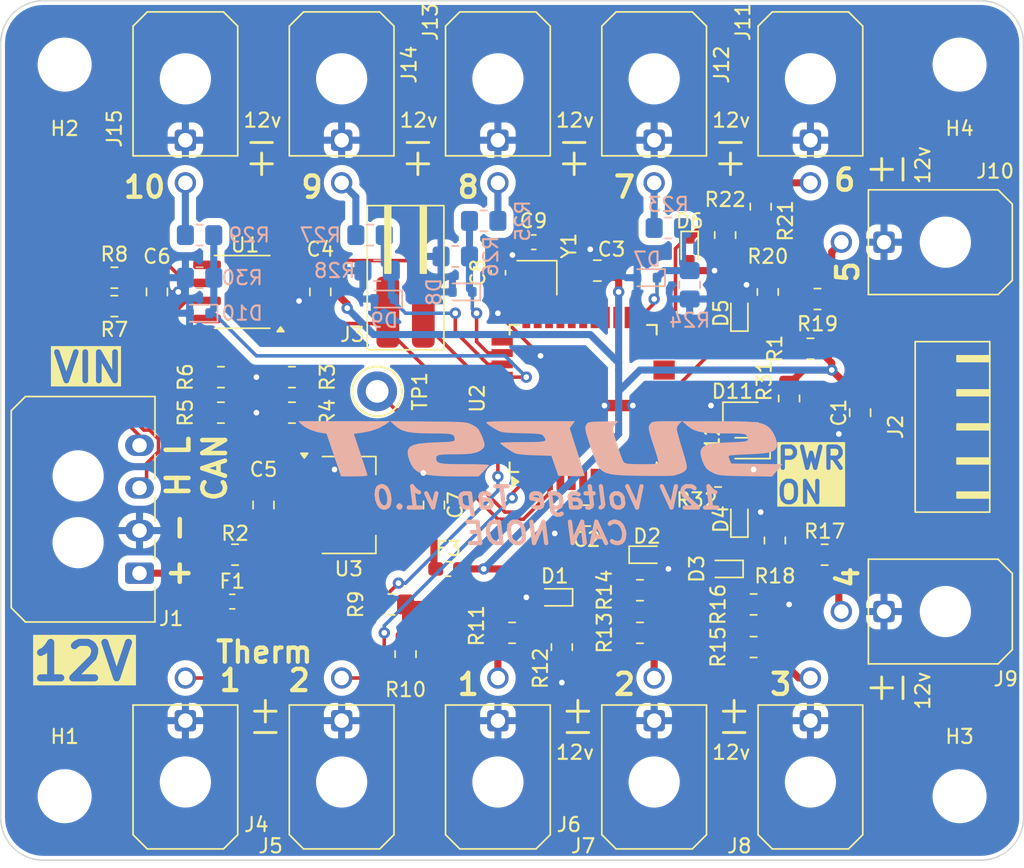
<source format=kicad_pcb>
(kicad_pcb (version 20240108) (generator "pcbnew") (generator_version "8.0")
  (layers (0 "F.Cu" signal) (31 "B.Cu" signal) (34 "B.Paste" user) (35 "F.Paste" user) (36 "B.SilkS" user "B.Silkscreen") (37 "F.SilkS" user "F.Silkscreen") (38 "B.Mask" user) (39 "F.Mask" user) (44 "Edge.Cuts" user))
  (net 0 "")
  (net 1 "+3V3")
  (net 2 "GND")
  (net 3 "+12V")
  (net 4 "/Decoupling")
  (net 5 "/Unfused 3V3")
  (net 6 "/CLK+")
  (net 7 "/CLK-")
  (net 8 "/4:1 P{slash}D 1")
  (net 9 "/4:1 P{slash}D 2")
  (net 10 "/4:1 P{slash}D 3")
  (net 11 "/4:1 P{slash}D 4")
  (net 12 "/4:1 P{slash}D 5")
  (net 13 "/4:1 P{slash}D 8")
  (net 14 "/4:1 P{slash}D 6")
  (net 15 "/4:1 P{slash}D 7")
  (net 16 "Net-(F1-Pad2)")
  (net 17 "Net-(J1-Pin_1)")
  (net 18 "/ICSPCLK")
  (net 19 "/~{MCLR}")
  (net 20 "/ICSPDAT")
  (net 21 "/CAN_RX")
  (net 22 "/CAN_TX")
  (net 23 "/CAN-")
  (net 24 "/CAN+")
  (net 25 "Net-(J6-Pin_2)")
  (net 26 "Net-(J7-Pin_2)")
  (net 27 "Net-(J8-Pin_2)")
  (net 28 "Net-(J9-Pin_2)")
  (net 29 "/Therm 2")
  (net 30 "/Therm 1")
  (net 31 "Net-(J12-Pin_2)")
  (net 32 "Net-(J13-Pin_2)")
  (net 46 "unconnected-(U1-NC-Pad8)")
  (net 47 "Net-(J10-Pin_2)")
  (net 48 "Net-(J11-Pin_2)")
  (net 49 "/4:1 P{slash}D 9")
  (net 50 "/4:1 P{slash}D 10")
  (net 51 "Net-(J14-Pin_2)")
  (net 52 "Net-(J15-Pin_2)")
  (net 53 "Net-(D11-A)")
  (net 54 "/Power ON LED")
  (net 55 "/Config value 0")
  (net 56 "/Config value 1")
  (net 57 "/Config value 2")
  (net 58 "/Config value 3")
  (net 60 "Net-(U2-RD2)")
  (net 62 "Net-(D12-A)")
  (footprint "Resistor_SMD:R_0805_2012Metric_Pad1.20x1.40mm_HandSolder" (layer "F.Cu") (at 117 91.5)
    (property "Reference" "R8")
    (property "Value" "60R")
  )
  (footprint "Connector_Molex:Molex_Micro-Fit_3.0_43045-0200_2x01_P3.00mm_Horizontal" (layer "F.Cu") (at 133 81.82)
    (property "Reference" "J14")
    (property "Value" "Conn_01x02_Pin")
  )
  (footprint "Resistor_SMD:R_0805_2012Metric_Pad1.20x1.40mm_HandSolder" (layer "F.Cu") (at 162 117.5)
    (property "Reference" "R15")
    (property "Value" "40k")
  )
  (footprint "Capacitor_SMD:C_0805_2012Metric_Pad1.18x1.45mm_HandSolder" (layer "F.Cu") (at 169.5 101 -90)
    (property "Reference" "C1")
    (property "Value" "10u")
  )
  (footprint "Package_TO_SOT_SMD:SOT-223-3_TabPin2" (layer "F.Cu") (at 133.5 107.5)
    (property "Reference" "U3")
    (property "Value" "AZ1117CH-3.3TRG1")
  )
  (footprint "Capacitor_SMD:C_0805_2012Metric_Pad1.18x1.45mm_HandSolder" (layer "F.Cu") (at 151 91 180)
    (property "Reference" "C3")
    (property "Value" "100n")
  )
  (footprint "Connector_Molex:Molex_Micro-Fit_3.0_43045-0200_2x01_P3.00mm_Horizontal" (layer "F.Cu") (at 171.18 89 -90)
    (property "Reference" "J10")
    (property "Value" "Conn_01x02_Pin")
  )
  (footprint "Resistor_SMD:R_0805_2012Metric_Pad1.20x1.40mm_HandSolder" (layer "F.Cu") (at 154 113.5 180)
    (property "Reference" "R14")
    (property "Value" "10k")
  )
  (footprint "Resistor_SMD:R_0805_2012Metric_Pad1.20x1.40mm_HandSolder" (layer "F.Cu") (at 124.5 101)
    (property "Reference" "R5")
    (property "Value" "0")
  )
  (footprint "sufst-lib:Conn5_SMD" (layer "F.Cu") (at 174.875 102 -90)
    (property "Reference" "J2")
    (property "Value" "Conn_01x05_Pin")
  )
  (footprint "Connector_Molex:Molex_Micro-Fit_3.0_43045-0200_2x01_P3.00mm_Horizontal" (layer "F.Cu") (at 133 122.68 180)
    (property "Reference" "J5")
    (property "Value" "Conn_01x02_Pin")
  )
  (footprint "Resistor_SMD:R_0805_2012Metric_Pad1.20x1.40mm_HandSolder" (layer "F.Cu") (at 129.5 98.5 180)
    (property "Reference" "R3")
    (property "Value" "0")
  )
  (footprint "Resistor_SMD:R_0805_2012Metric_Pad1.20x1.40mm_HandSolder" (layer "F.Cu") (at 117 93.5 180)
    (property "Reference" "R7")
    (property "Value" "60R")
  )
  (footprint "Capacitor_SMD:C_0805_2012Metric_Pad1.18x1.45mm_HandSolder" (layer "F.Cu") (at 127.5 107.5 90)
    (property "Reference" "C5")
    (property "Value" "10u")
  )
  (footprint "Resistor_SMD:R_0805_2012Metric_Pad1.20x1.40mm_HandSolder" (layer "F.Cu") (at 166.5 93)
    (property "Reference" "R19")
    (property "Value" "40k")
  )
  (footprint "Resistor_SMD:R_0805_2012Metric_Pad1.20x1.40mm_HandSolder" (layer "F.Cu") (at 124.5 98.5)
    (property "Reference" "R6")
    (property "Value" "0")
  )
  (footprint "sufst-lib:Conn2_SMD" (layer "F.Cu") (at 137.5 93.925)
    (property "Reference" "J3")
    (property "Value" "Conn_01x02 Surface")
  )
  (footprint "Connector_Molex:Molex_Micro-Fit_3.0_43045-0200_2x01_P3.00mm_Horizontal" (layer "F.Cu") (at 155 81.82)
    (property "Reference" "J12")
    (property "Value" "Conn_01x02_Pin")
  )
  (footprint "Resistor_SMD:R_0805_2012Metric_Pad1.20x1.40mm_HandSolder" (layer "F.Cu") (at 162 114.5 180)
    (property "Reference" "R16")
    (property "Value" "10k")
  )
  (footprint "Diode_SMD:D_SOD-523" (layer "F.Cu") (at 154.5 111)
    (property "Reference" "D2")
    (property "Value" "BZT585B3V3T-7")
  )
  (footprint "Crystal:Crystal_SMD_SeikoEpson_FA128-4Pin_2.0x1.6mm" (layer "F.Cu") (at 146.75 91.5 180)
    (property "Reference" "Y1")
    (property "Value" "20MHz")
  )
  (footprint "Capacitor_SMD:C_0805_2012Metric_Pad1.18x1.45mm_HandSolder" (layer "F.Cu") (at 139.5 107.5 90)
    (property "Reference" "C7")
    (property "Value" "10u")
  )
  (footprint "Resistor_SMD:R_0805_2012Metric_Pad1.20x1.40mm_HandSolder" (layer "F.Cu") (at 159.5 105.5 180)
    (property "Reference" "R32")
    (property "Value" "12")
  )
  (footprint "Capacitor_SMD:C_0805_2012Metric_Pad1.18x1.45mm_HandSolder" (layer "F.Cu") (at 150.25 108.25 180)
    (property "Reference" "C2")
    (property "Value" "100n")
  )
  (footprint "Connector_Molex:Molex_Micro-Fit_3.0_43045-0200_2x01_P3.00mm_Horizontal" (layer "F.Cu") (at 155 122.68 180)
    (property "Reference" "J7")
    (property "Value" "Conn_01x02_Pin")
  )
  (footprint "Capacitor_SMD:C_0603_1608Metric_Pad1.08x0.95mm_HandSolder" (layer "F.Cu") (at 144.025 91.15 90)
    (property "Reference" "C8")
    (property "Value" "10p")
  )
  (footprint "Resistor_SMD:R_0805_2012Metric_Pad1.20x1.40mm_HandSolder" (layer "F.Cu") (at 163 92.5 -90)
    (property "Reference" "R20")
    (property "Value" "10k")
  )
  (footprint "TestPoint:TestPoint_Keystone_5010-5014_Multipurpose" (layer "F.Cu") (at 135.5 99.5)
    (property "Reference" "TP1")
    (property "Value" "TestPoint")
  )
  (footprint "Resistor_SMD:R_0805_2012Metric_Pad1.20x1.40mm_HandSolder" (layer "F.Cu") (at 164.5 100 90)
    (property "Reference" "R31")
    (property "Value" "68")
  )
  (footprint "LED_SMD:LED_0603_1608Metric_Pad1.05x0.95mm_HandSolder" (layer "F.Cu") (at 161.5 101)
    (property "Reference" "D11")
    (property "Value" "RED LED")
  )
  (footprint "Resistor_SMD:R_0805_2012Metric_Pad1.20x1.40mm_HandSolder" (layer "F.Cu") (at 162.5 86.5 90)
    (property "Reference" "R21")
    (property "Value" "40k")
  )
  (footprint "Resistor_SMD:R_0805_2012Metric_Pad1.20x1.40mm_HandSolder" (layer "F.Cu") (at 136.5 114.5)
    (property "Reference" "R9")
    (property "Value" "10k")
  )
  (footprint "Resistor_SMD:R_0805_2012Metric_Pad1.20x1.40mm_HandSolder" (layer "F.Cu") (at 154 116.5)
    (property "Reference" "R13")
    (property "Value" "40k")
  )
  (footprint "Connector_Molex:Molex_Micro-Fit_3.0_43045-0200_2x01_P3.00mm_Horizontal" (layer "F.Cu") (at 144 81.82)
    (property "Reference" "J13")
    (property "Value" "Conn_01x02_Pin")
  )
  (footprint "Diode_SMD:D_SOD-523" (layer "F.Cu") (at 148 114 180)
    (property "Reference" "D1")
    (property "Value" "BZT585B3V3T-7")
  )
  (footprint "Resistor_SMD:R_0805_2012Metric_Pad1.20x1.40mm_HandSolder" (layer "F.Cu") (at 125.5 111 180)
    (property "Reference" "R2")
    (property "Value" "12")
  )
  (footprint "Connector_Molex:Molex_Micro-Fit_3.0_43045-0200_2x01_P3.00mm_Horizontal" (layer "F.Cu") (at 166 122.68 180)
    (property "Reference" "J8")
    (property "Value" "Conn_01x02_Pin")
  )
  (footprint "Capacitor_SMD:C_0603_1608Metric_Pad1.08x0.95mm_HandSolder" (layer "F.Cu") (at 146.525 89 180)
    (property "Reference" "C9")
    (property "Value" "10p")
  )
  (footprint "Diode_SMD:D_SOD-523" (layer "F.Cu") (at 157.5 89.5 -90)
    (property "Reference" "D6")
    (property "Value" "BZT585B3V3T-7")
  )
  (footprint "Resistor_SMD:R_0805_2012Metric_Pad1.20x1.40mm_HandSolder" (layer "F.Cu") (at 129.5 101 180)
    (property "Reference" "R4")
    (property "Value" "0")
  )
  (footprint "LED_SMD:LED_0603_1608Metric_Pad1.05x0.95mm_HandSolder" (layer "F.Cu") (at 161.5 103.5 180)
    (property "Reference" "D12")
    (property "Value" "GREEN LED")
  )
  (footprint "Diode_SMD:D_SOD-523" (layer "F.Cu") (at 160 112 180)
    (property "Reference" "D3")
    (property "Value" "BZT585B3V3T-7")
  )
  (footprint "Capacitor_SMD:C_0805_2012Metric_Pad1.18x1.45mm_HandSolder" (layer "F.Cu") (at 131.5 92.5 90)
    (property "Reference" "C4")
    (property "Value" "100n")
  )
  (footprint "Resistor_SMD:R_0805_2012Metric_Pad1.20x1.40mm_HandSolder" (layer "F.Cu") (at 167 111)
    (property "Reference" "R17")
    (property "Value" "40k")
  )
  (footprint "MountingHole:MountingHole_3.2mm_M3" (layer "F.Cu") (at 176.5 128)
    (property "Reference" "H3")
    (property "Value" "M3")
  )
  (footprint "Resistor_SMD:R_0805_2012Metric_Pad1.20x1.40mm_HandSolder" (layer "F.Cu") (at 145 116.5 180)
    (property "Reference" "R11")
    (property "Value" "40k")
  )
  (footprint "Resistor_SMD:R_0805_2012Metric_Pad1.20x1.40mm_HandSolder" (layer "F.Cu") (at 137.5 118 90)
    (property "Reference" "R10")
    (property "Value" "10k")
  )
  (footprint "Connector_Molex:Molex_Micro-Fit_3.0_43045-0200_2x01_P3.00mm_Horizontal" (layer "F.Cu") (at 166 81.82)
    (property "Reference" "J11")
    (property "Value" "Conn_01x02_Pin")
  )
  (footprint "Resistor_SMD:R_0805_2012Metric_Pad1.20x1.40mm_HandSolder" (layer "F.Cu") (at 148.5 117.5 90)
    (property "Reference" "R12")
    (property "Value" "10k")
  )
  (footprint "Diode_SMD:D_SOD-523" (layer "F.Cu") (at 161 94 90)
    (property "Reference" "D5")
    (property "Value" "BZT585B3V3T-7")
  )
  (footprint "Fuse:Fuse_0603_1608Metric_Pad1.05x0.95mm_HandSolder" (layer "F.Cu") (at 125.3 114.3)
    (property "Reference" "F1")
    (property "Value" "F0603E0R25FSTR\\INT")
  )
  (footprint "Resistor_SMD:R_0805_2012Metric_Pad1.20x1.40mm_HandSolder" (layer "F.Cu") (at 160 88.5 90)
    (property "Reference" "R22")
    (property "Value" "10k")
  )
  (footprint "Resistor_SMD:R_0805_2012Metric_Pad1.20x1.40mm_HandSolder" (layer "F.Cu") (at 163.5 110 -90)
    (property "Reference" "R18")
    (property "Value" "10k")
  )
  (footprint "Connector_Molex:Molex_Micro-Fit_3.0_43045-0200_2x01_P3.00mm_Horizontal" (layer "F.Cu") (at 122 81.82)
    (property "Reference" "J15")
    (property "Value" "Conn_01x02_Pin")
  )
  (footprint "Package_QFP:TQFP-44_10x10mm_P0.8mm" (layer "F.Cu") (at 150 100 90)
    (property "Reference" "U2")
    (property "Value" "PIC18F47Q84-I/PT")
  )
  (footprint "MountingHole:MountingHole_3.2mm_M3" (layer "F.Cu") (at 176.5 76.5)
    (property "Reference" "H4")
    (property "Value" "M3")
  )
  (footprint "Connector_Molex:Molex_Micro-Fit_3.0_43045-0200_2x01_P3.00mm_Horizontal" (layer "F.Cu") (at 144 122.68 180)
    (property "Reference" "J6")
    (property "Value" "Conn_01x02_Pin")
  )
  (footprint "Connector_Molex:Molex_Micro-Fit_3.0_43045-0200_2x01_P3.00mm_Horizontal" (layer "F.Cu") (at 171.18 115 -90)
    (property "Reference" "J9")
    (property "Value" "Conn_01x02_Pin")
  )
  (footprint "Fuse:Fuse_0603_1608Metric_Pad1.05x0.95mm_HandSolder" (layer "F.Cu") (at 140.5 112)
    (property "Reference" "F3")
    (property "Value" "F0603E0R25FSTR\\INT")
  )
  (footprint "MountingHole:MountingHole_3.2mm_M3" (layer "F.Cu") (at 113.5 128)
    (property "Reference" "H1")
    (property "Value" "M3")
  )
  (footprint "MountingHole:MountingHole_3.2mm_M3" (layer "F.Cu") (at 113.5 76.5)
    (property "Reference" "H2")
    (property "Value" "M3")
  )
  (footprint "Capacitor_SMD:C_0805_2012Metric_Pad1.18x1.45mm_HandSolder" (layer "F.Cu") (at 120 92.5 -90)
    (property "Reference" "C6")
    (property "Value" "4n7")
  )
  (footprint "Resistor_SMD:R_0805_2012Metric_Pad1.20x1.40mm_HandSolder" (layer "F.Cu") (at 166 96.5)
    (property "Reference" "R1")
    (property "Value" "10k")
  )
  (footprint "Connector_Molex:Molex_Micro-Fit_3.0_43650-0400_1x04_P3.00mm_Horizontal" (layer "F.Cu") (at 118.77 112.3 90)
    (property "Reference" "J1")
    (property "Value" "Conn_01x04_Pin")
  )
  (footprint "Package_SO:SOIC-8_3.9x4.9mm_P1.27mm" (layer "F.Cu") (at 126 92.5 180)
    (property "Reference" "U1")
    (property "Value" "TCAN332DR")
  )
  (footprint "Connector_Molex:Molex_Micro-Fit_3.0_43045-0200_2x01_P3.00mm_Horizontal" (layer "F.Cu") (at 122 122.68 180)
    (property "Reference" "J4")
    (property "Value" "Conn_01x02_Pin")
  )
  (footprint "Diode_SMD:D_SOD-523" (layer "F.Cu") (at 161 108.5 90)
    (property "Reference" "D4")
    (property "Value" "BZT585B3V3T-7")
  )
  (footprint "Diode_SMD:D_SOD-523" (layer "B.Cu") (at 136 93 180)
    (property "Reference" "D9")
    (property "Value" "BZT585B3V3T-7")
  )
  (footprint "Diode_SMD:D_SOD-523" (layer "B.Cu") (at 154.5 91.5 180)
    (property "Reference" "D7")
    (property "Value" "BZT585B3V3T-7")
  )
  (footprint "Resistor_SMD:R_0805_2012Metric_Pad1.20x1.40mm_HandSolder" (layer "B.Cu") (at 141 90)
    (property "Reference" "R26")
    (property "Value" "10k")
  )
  (footprint "Resistor_SMD:R_0805_2012Metric_Pad1.20x1.40mm_HandSolder" (layer "B.Cu") (at 123 91.5)
    (property "Reference" "R30")
    (property "Value" "10k")
  )
  (footprint "Resistor_SMD:R_0805_2012Metric_Pad1.20x1.40mm_HandSolder" (layer "B.Cu") (at 135.5 91)
    (property "Reference" "R28")
    (property "Value" "10k")
  )
  (footprint "Resistor_SMD:R_0805_2012Metric_Pad1.20x1.40mm_HandSolder" (layer "B.Cu") (at 156 88 180)
    (property "Reference" "R23")
    (property "Value" "40k")
  )
  (footprint "Resistor_SMD:R_0805_2012Metric_Pad1.20x1.40mm_HandSolder" (layer "B.Cu") (at 143 87.5)
    (property "Reference" "R25")
    (property "Value" "40k")
  )
  (footprint "Resistor_SMD:R_0805_2012Metric_Pad1.20x1.40mm_HandSolder" (layer "B.Cu") (at 123 88.5 180)
    (property "Reference" "R29")
    (property "Value" "40k")
  )
  (footprint "Resistor_SMD:R_0805_2012Metric_Pad1.20x1.40mm_HandSolder" (layer "B.Cu") (at 135 88.5 180)
    (property "Reference" "R27")
    (property "Value" "40k")
  )
  (footprint "Resistor_SMD:R_0805_2012Metric_Pad1.20x1.40mm_HandSolder" (layer "B.Cu") (at 157.5 92 90)
    (property "Reference" "R24")
    (property "Value" "10k")
  )
  (footprint "Diode_SMD:D_SOD-523" (layer "B.Cu") (at 123 94 180)
    (property "Reference" "D10")
    (property "Value" "BZT585B3V3T-7")
  )
  (footprint "SUFST:SUFST" (layer "B.Cu") (at 147 103.5 180)
    (property "Reference" "G***" (hide yes))
    (property "Value" "LOGO" (hide yes))
  )
  (footprint "Diode_SMD:D_SOD-523" (layer "B.Cu") (at 141.5 92.5 180)
    (property "Reference" "D8")
    (property "Value" "BZT585B3V3T-7")
  )
  (gr_line (start 109 116) (end 109 129.5) (stroke (width 0.1)) (layer "Edge.Cuts"))
  (gr_arc (start 178 72) (mid 180.12132 72.87868) (end 181 75) (stroke (width 0.1)) (layer "Edge.Cuts"))
  (gr_line (start 181 75) (end 181 129.5) (stroke (width 0.1)) (layer "Edge.Cuts"))
  (gr_line (start 109 116) (end 109 75) (stroke (width 0.1)) (layer "Edge.Cuts"))
  (gr_arc (start 109 75) (mid 109.87868 72.87868) (end 112 72) (stroke (width 0.1)) (layer "Edge.Cuts"))
  (gr_line (start 112 132.5) (end 178 132.5) (stroke (width 0.1)) (layer "Edge.Cuts"))
  (gr_arc (start 112 132.5) (mid 109.87868 131.62132) (end 109 129.5) (stroke (width 0.1)) (layer "Edge.Cuts"))
  (gr_line (start 112 72) (end 178 72) (stroke (width 0.1)) (layer "Edge.Cuts"))
  (gr_arc (start 181 129.5) (mid 180.12132 131.62132) (end 178 132.5) (stroke (width 0.1)) (layer "Edge.Cuts"))
  (gr_text "CAN NODE" (at 147.5 109.5 0) (layer "B.SilkS") (effects (font (size 1.5 1.5) (thickness 0.3) (italic yes)) (justify mirror)))
  (gr_text "12V Voltage Tap v1.0" (at 147.5 107 0) (layer "B.SilkS") (effects (font (size 1.5 1.5) (thickness 0.3) (italic yes)) (justify mirror)))
  (gr_text "1" (at 141 121 0) (layer "F.SilkS") (effects (font (size 1.5 1.5) (thickness 0.3) (bold yes)) (justify left bottom)))
  (gr_text "+" (at 151 121 180) (layer "F.SilkS") (effects (font (size 2 2) (thickness 0.2) (bold yes)) (justify left bottom)))
  (gr_text "-" (at 129 122.5 180) (layer "F.SilkS") (effects (font (size 2 2) (thickness 0.2) (bold yes)) (justify left bottom)))
  (gr_text "+" (at 170 119 -90) (layer "F.SilkS") (effects (font (size 2 2) (thickness 0.2) (bold yes)) (justify left bottom)))
  (gr_text "7" (at 152 86 0) (layer "F.SilkS") (effects (font (size 1.5 1.5) (thickness 0.3) (bold yes)) (justify left bottom)))
  (gr_text "12v" (at 148 81 0) (layer "F.SilkS") (effects (font (size 1 1)) (justify left bottom)))
  (gr_text "-" (at 159 83 0) (layer "F.SilkS") (effects (font (size 2 2) (thickness 0.2) (bold yes)) (justify left bottom)))
  (gr_text "6" (at 167.5 85.5 0) (layer "F.SilkS") (effects (font (size 1.5 1.5) (thickness 0.3) (bold yes)) (justify left bottom)))
  (gr_text "12v" (at 174.5 122 90) (layer "F.SilkS") (effects (font (size 1 1)) (justify left bottom)))
  (gr_text "+" (at 126 84.5 0) (layer "F.SilkS") (effects (font (size 2 2) (thickness 0.2) (bold yes)) (justify left bottom)))
  (gr_text "2" (at 152 121 0) (layer "F.SilkS") (effects (font (size 1.5 1.5) (thickness 0.3) (bold yes)) (justify left bottom)))
  (gr_text "PWR\nON" (at 163.5 107.5 0) (layer "F.SilkS" knockout) (effects (font (size 1.5 1.5) (thickness 0.3) (bold yes)) (justify left bottom)))
  (gr_text "-" (at 171.5 119 -90) (layer "F.SilkS") (effects (font (size 2 2) (thickness 0.2) (bold yes)) (justify left bottom)))
  (gr_text "1   2" (at 124.25 120.73 0) (layer "F.SilkS") (effects (font (size 1.5 1.5) (thickness 0.3) (bold yes)) (justify left bottom)))
  (gr_text "-" (at 171.5 82.5 -90) (layer "F.SilkS") (effects (font (size 2 2) (thickness 0.2) (bold yes)) (justify left bottom)))
  (gr_text "9" (at 130 86 0) (layer "F.SilkS") (effects (font (size 1.5 1.5) (thickness 0.3) (bold yes)) (justify left bottom)))
  (gr_text "+ - H L\n     CAN" (at 125 113.5 90) (layer "F.SilkS") (effects (font (size 1.6 1.6) (thickness 0.32) (bold yes)) (justify left bottom)))
  (gr_text "3" (at 163 121 0) (layer "F.SilkS") (effects (font (size 1.5 1.5) (thickness 0.3) (bold yes)) (justify left bottom)))
  (gr_text "VIN" (at 112.5 99 0) (layer "F.SilkS" knockout) (effects (font (size 2 2) (thickness 0.4) (bold yes)) (justify left bottom)))
  (gr_text "-" (at 148 83 0) (layer "F.SilkS") (effects (font (size 2 2) (thickness 0.2) (bold yes)) (justify left bottom)))
  (gr_text "5" (at 169.5 92 90) (layer "F.SilkS") (effects (font (size 1.5 1.5) (thickness 0.3) (bold yes)) (justify left bottom)))
  (gr_text "12v" (at 174.5 85 90) (layer "F.SilkS") (effects (font (size 1 1)) (justify left bottom)))
  (gr_text "4" (at 169.5 113.5 90) (layer "F.SilkS") (effects (font (size 1.5 1.5) (thickness 0.3) (bold yes)) (justify left bottom)))
  (gr_text "-" (at 126 83 0) (layer "F.SilkS") (effects (font (size 2 2) (thickness 0.2) (bold yes)) (justify left bottom)))
  (gr_text "Therm" (at 124 118.73 0) (layer "F.SilkS") (effects (font (size 1.5 1.5) (thickness 0.3) (bold yes)) (justify left bottom)))
  (gr_text "12v" (at 159 125.5 0) (layer "F.SilkS") (effects (font (size 1 1)) (justify left bottom)))
  (gr_text "8" (at 141 86 0) (layer "F.SilkS") (effects (font (size 1.5 1.5) (thickness 0.3) (bold yes)) (justify left bottom)))
  (gr_text "-" (at 162 122.5 180) (layer "F.SilkS") (effects (font (size 2 2) (thickness 0.2) (bold yes)) (justify left bottom)))
  (gr_text "+" (at 159 84.5 0) (layer "F.SilkS") (effects (font (size 2 2) (thickness 0.2) (bold yes)) (justify left bottom)))
  (gr_text "+" (at 162 121 180) (layer "F.SilkS") (effects (font (size 2 2) (thickness 0.2) (bold yes)) (justify left bottom)))
  (gr_text "12V" (at 111 120 0) (layer "F.SilkS" knockout) (effects (font (size 2.5 2.5) (thickness 0.5) (bold yes)) (justify left bottom)))
  (gr_text "10" (at 117.5 86 0) (layer "F.SilkS") (effects (font (size 1.5 1.5) (thickness 0.3) (bold yes)) (justify left bottom)))
  (gr_text "12v" (at 137 81 0) (layer "F.SilkS") (effects (font (size 1 1)) (justify left bottom)))
  (gr_text "12v" (at 126 81 0) (layer "F.SilkS") (effects (font (size 1 1)) (justify left bottom)))
  (gr_text "+" (at 137 84.5 0) (layer "F.SilkS") (effects (font (size 2 2) (thickness 0.2) (bold yes)) (justify left bottom)))
  (gr_text "+" (at 148 84.5 0) (layer "F.SilkS") (effects (font (size 2 2) (thickness 0.2) (bold yes)) (justify left bottom)))
  (gr_text "-" (at 137 83 0) (layer "F.SilkS") (effects (font (size 2 2) (thickness 0.2) (bold yes)) (justify left bottom)))
  (gr_text "+" (at 129 121 180) (layer "F.SilkS") (effects (font (size 2 2) (thickness 0.2) (bold yes)) (justify left bottom)))
  (gr_text "-" (at 151 122.5 180) (layer "F.SilkS") (effects (font (size 2 2) (thickness 0.2) (bold yes)) (justify left bottom)))
  (gr_text "12v" (at 159 81 0) (layer "F.SilkS") (effects (font (size 1 1)) (justify left bottom)))
  (gr_text "+" (at 170 82.5 -90) (layer "F.SilkS") (effects (font (size 2 2) (thickness 0.2) (bold yes)) (justify left bottom)))
  (gr_text "12v" (at 148 125.5 0) (layer "F.SilkS") (effects (font (size 1 1)) (justify left bottom)))
  (segment (start 151.2875 108.25) (end 150.8 107.7625) (width 0.5) (layer "F.Cu") (net 1))
  (segment (start 128.475 91.865) (end 131.0975 91.865) (width 0.5) (layer "F.Cu") (net 1))
  (segment (start 150.8 107.7625) (end 150.8 105.7) (width 0.5) (layer "F.Cu") (net 1))
  (segment (start 169.4625 99.9625) (end 167.5 98) (width 0.5) (layer "F.Cu") (net 1))
  (segment (start 174.875 99.6) (end 169.8625 99.6) (width 0.5) (layer "F.Cu") (net 1))
  (segment (start 167.5 97.5) (end 167 97) (width 0.5) (layer "F.Cu") (net 1))
  (segment (start 167.5 98) (end 167.5 97.5) (width 0.5) (layer "F.Cu") (net 1))
  (segment (start 152.175 91) (end 152.2875 91) (width 0.5) (layer "F.Cu") (net 1))
  (segment (start 152.5 91.4625) (end 152.0375 91) (width 0.5) (layer "F.Cu") (net 1))
  (segment (start 147.5375 112) (end 151.2875 108.25) (width 0.5) (layer "F.Cu") (net 1))
  (segment (start 150 93.175) (end 152.175 91) (width 0.5) (layer "F.Cu") (net 1))
  (segment (start 150 94.3) (end 150 93.175) (width 0.5) (layer "F.Cu") (net 1))
  (segment (start 169.8625 99.6) (end 169.5 99.9625) (width 0.5) (layer "F.Cu") (net 1))
  (segment (start 141.375 112.0625) (end 141.375 112) (width 0.5) (layer "F.Cu") (net 1))
  (segment (start 143 112) (end 147.5375 112) (width 0.5) (layer "F.Cu") (net 1))
  (segment (start 137.5 114.5) (end 138.9375 114.5) (width 0.5) (layer "F.Cu") (net 1))
  (segment (start 138.9375 114.5) (end 141.375 112.0625) (width 0.5) (layer "F.Cu") (net 1))
  (segment (start 131.0975 91.865) (end 131.5 91.4625) (width 0.5) (layer "F.Cu") (net 1))
  (segment (start 133.39375 93.64375) (end 133.39375 93.35625) (width 0.5) (layer "F.Cu") (net 1))
  (segment (start 137.5 117) (end 137.5 114.5) (width 0.5) (layer "F.Cu") (net 1))
  (segment (start 165.5 98) (end 167.5 98) (width 0.5) (layer "F.Cu") (net 1))
  (segment (start 141.375 112) (end 143 112) (width 0.5) (layer "F.Cu") (net 1))
  (segment (start 133.39375 93.64375) (end 133.2875 93.75) (width 0.5) (layer "F.Cu") (net 1))
  (segment (start 164.5 99) (end 165.5 98) (width 0.5) (layer "F.Cu") (net 1))
  (segment (start 133.39375 93.35625) (end 131.5 91.4625) (width 0.5) (layer "F.Cu") (net 1))
  (segment (start 169.5 99.9625) (end 169.4625 99.9625) (width 0.5) (layer "F.Cu") (net 1))
  (segment (start 152.5 92.5) (end 152.5 91.4625) (width 0.5) (layer "F.Cu") (net 1))
  (via (at 133.39375 93.64375) (size 0.8) (drill 0.4) (layers "F.Cu" "B.Cu") (net 1))
  (via (at 152.5 92.5) (size 0.8) (drill 0.4) (layers "F.Cu" "B.Cu") (net 1))
  (via (at 167.5 98) (size 0.8) (drill 0.4) (layers "F.Cu" "B.Cu") (net 1))
  (via (at 143 112) (size 0.8) (drill 0.4) (layers "F.Cu" "B.Cu") (net 1))
  (segment (start 152.5 98) (end 152.5 97.5) (width 0.5) (layer "B.Cu") (net 1))
  (segment (start 150.5 95.5) (end 152.5 97.5) (width 0.5) (layer "B.Cu") (net 1))
  (segment (start 135.25 95.5) (end 150.5 95.5) (width 0.5) (layer "B.Cu") (net 1))
  (segment (start 152.5 102.5) (end 152.5 98) (width 0.5) (layer "B.Cu") (net 1))
  (segment (start 152.5 97.5) (end 152.5 92.5) (width 0.5) (layer "B.Cu") (net 1))
  (segment (start 167.5 98) (end 154 98) (width 0.5) (layer "B.Cu") (net 1))
  (segment (start 133.39375 93.64375) (end 135.25 95.5) (width 0.5) (layer "B.Cu") (net 1))
  (segment (start 154 98) (end 152.5 99.5) (width 0.5) (layer "B.Cu") (net 1))
  (segment (start 143 112) (end 152.5 102.5) (width 0.5) (layer "B.Cu") (net 1))
  (segment (start 147.475 92.075) (end 147.35766 92.075) (width 0.2) (layer "F.Cu") (net 2))
  (segment (start 150 107.4625) (end 150 105.7) (width 0.5) (layer "F.Cu") (net 2))
  (segment (start 156 111.8) (end 155.2 111) (width 0.25) (layer "F.Cu") (net 2))
  (segment (start 149.2 92.0125) (end 150.2125 91) (width 0.5) (layer "F.Cu") (net 2))
  (segment (start 162 91.5) (end 163 91.5) (width 0.5) (layer "F.Cu") (net 2))
  (segment (start 174.8375 102.0375) (end 174.875 102) (width 0.8) (layer "F.Cu") (net 2))
  (segment (start 149.2125 108.25) (end 150 107.4625) (width 0.5) (layer "F.Cu") (net 2))
  (segment (start 161 93.3) (end 161 92.5) (width 0.5) (layer "F.Cu") (net 2))
  (segment (start 156 112) (end 156 111.8) (width 0.25) (layer "F.Cu") (net 2))
  (segment (start 125.5 101) (end 127 101) (width 0.25) (layer "F.Cu") (net 2))
  (segment (start 160 90.5) (end 160 89.5) (width 0.5) (layer "F.Cu") (net 2))
  (segment (start 145.6625 89.2625) (end 145.6625 89) (width 0.25) (layer "F.Cu") (net 2))
  (segment (start 153.5 100.5) (end 151.5 100.5) (width 0.8) (layer "F.Cu") (net 2))
  (segment (start 150.5 89.5) (end 150.2125 89.7875) (width 0.5) (layer "F.Cu") (net 2))
  (segment (start 162.375 104.625) (end 162 105) (width 0.25) (layer "F.Cu") (net 2))
  (segment (start 147.3 114) (end 146 114) (width 0.25) (layer "F.Cu") (net 2))
  (segment (start 148 109.5) (end 148 109.4625) (width 0.5) (layer "F.Cu") (net 2))
  (segment (start 169.5 102.0375) (end 174.8375 102.0375) (width 0.8) (layer "F.Cu") (net 2))
  (segment (start 159.5 91) (end 160 90.5) (width 0.5) (layer "F.Cu") (net 2))
  (segment (start 125.5 98.5) (end 127 98.5) (width 0.25) (layer "F.Cu") (net 2))
  (segment (start 161.5 92) (end 162 91.5) (width 0.5) (layer "F.Cu") (net 2))
  (segment (start 127 98.5) (end 128.5 98.5) (width 0.25) (layer "F.Cu") (net 2))
  (segment (start 169.5 102.0375) (end 168.4625 102.0375) (width 0.8) (layer "F.Cu") (net 2))
  (segment (start 159.25 91) (end 159.5 91) (width 0.5) (layer "F.Cu") (net 2))
  (segment (start 127 101) (end 128.5 101) (width 0.25) (layer "F.Cu") (net 2))
  (segment (start 160.125 100.5) (end 160.625 101) (width 0.25) (layer "F.Cu") (net 2))
  (segment (start 155 113) (end 156 112) (width 0.25) (layer "F.Cu") (net 2))
  (segment (start 145.947304 90.925) (end 145.8 90.925) (width 0.2) (layer "F.Cu") (net 2))
  (segment (start 145.025 89.9) (end 145.6625 89.2625) (width 0.25) (layer "F.Cu") (net 2))
  (segment (start 155 113.5) (end 155 113) (width 0.25) (layer "F.Cu") (net 2))
  (segment (start 127.5 106.4625) (end 129.0875 106.4625) (width 0.5) (layer "F.Cu") (net 2))
  (segment (start 145.025 89.9) (end 144.4125 89.9) (width 0.25) (layer "F.Cu") (net 2))
  (segment (start 131.0975 93.135) (end 131.5 93.5375) (width 0.5) (layer "F.Cu") (net 2))
  (segment (start 139.5 106) (end 139.5 106.4625) (width 0.5) (layer "F.Cu") (net 2))
  (segment (start 168.4625 102.0375) (end 168 102.5) (width 0.8) (layer "F.Cu") (net 2))
  (segment (start 158 91) (end 157.5 90.5) (width 0.5) (layer "F.Cu") (net 2))
  (segment (start 130.35 105.2) (end 132.3 105.2) (width 0.5) (layer "F.Cu") (net 2))
  (segment (start 150.2125 89.7875) (end 150.2125 91) (width 0.5) (layer "F.Cu") (net 2))
  (segment (start 121.5 92.5) (end 121.0375 92.5) (width 0.25) (layer "F.Cu") (net 2))
  (segment (start 145.025 89.925) (end 145.025 89.9) (width 0.25) (layer "F.Cu") (net 2))
  (segment (start 146.025 90.925) (end 145.025 89.925) (width 0.25) (layer "F.Cu") (net 2))
  (segment (start 145.8 90.925) (end 145.952696 90.925) (width 0.25) (layer "F.Cu") (net 2))
  (segment (start 138.75 105.25) (end 139.5 106) (width 0.5) (layer "F.Cu") (net 2))
  (segment (start 161 92.5) (end 161.5 92) (width 0.5) (layer "F.Cu") (net 2))
  (segment (start 128.475 93.135) (end 131.0975 93.135) (width 0.5) (layer "F.Cu") (net 2))
  (segment (start 146.20766 90.925) (end 146.025 90.925) (width 0.2) (layer "F.Cu") (net 2))
  (segment (start 148.5 118.5) (end 148.5 120) (width 0.25) (layer "F.Cu") (net 2))
  (segment (start 156 112) (end 159.3 112) (width 0.25) (layer "F.Cu") (net 2))
  (segment (start 159.25 91) (end 158 91) (width 0.5) (layer "F.Cu") (net 2))
  (segment (start 145.8 90.925) (end 145.8 90.775) (width 0.2) (layer "F.Cu") (net 2))
  (segment (start 162.5 108) (end 163.5 109) (width 0.25) (layer "F.Cu") (net 2))
  (segment (start 148 109.4625) (end 149.2125 108.25) (width 0.5) (layer "F.Cu") (net 2))
  (segment (start 147 97) (end 144 94) (width 0.25) (layer "F.Cu") (net 2))
  (segment (start 159 100.5) (end 160.125 100.5) (width 0.25) (layer "F.Cu") (net 2))
  (segment (start 157.5 90.5) (end 157.5 90.2) (width 0.5) (layer "F.Cu") (net 2))
  (segment (start 132.5 105) (end 132.3 105.2) (width 0.5) (layer "F.Cu") (net 2))
  (segment (start 161 107.8) (end 162.3 107.8) (width 0.25) (layer "F.Cu") (net 2))
  (segment (start 162.375 103.5) (end 162.375 104.625) (width 0.25) (layer "F.Cu") (net 2))
  (segment (start 149.2 94.3) (end 149.2 92.0125) (width 0.5) (layer "F.Cu") (net 2))
  (segment (start 147.35766 92.075) (end 146.20766 90.925) (width 0.2) (layer "F.Cu") (net 2))
  (segment (start 162.3 107.8) (end 162.5 108) (width 0.25) (layer "F.Cu") (net 2))
  (segment (start 163 114.5) (end 164.5 114.5) (width 0.25) (layer "F.Cu") (net 2))
  (segment (start 144.4125 89.9) (end 144.025 90.2875) (width 0.25) (layer "F.Cu") (net 2))
  (segment (start 129.0875 106.4625) (end 130.35 105.2) (width 0.5) (layer "F.Cu") (net 2))
  (segment (start 121.0375 92.5) (end 120 93.5375) (width 0.25) (layer "F.Cu") (net 2))
  (via (at 132.5 105) (size 0.8) (drill 0.4) (layers "F.Cu" "B.Cu") (net 2))
  (via (at 159.25 91) (size 0.8) (drill 0.4) (layers "F.Cu" "B.Cu") (net 2))
  (via (at 162.5 108) (size 0.8) (drill 0.4) (layers "F.Cu" "B.Cu") (net 2))
  (via (at 138.75 105.25) (size 0.8) (drill 0.4) (layers "F.Cu" "B.Cu") (net 2))
  (via (at 156 112) (size 0.8) (drill 0.4) (layers "F.Cu" "B.Cu") (net 2))
  (via (at 159 100.5) (size 0.8) (drill 0.4) (layers "F.Cu" "B.Cu") (net 2))
  (via (at 153.5 100.5) (size 0.8) (drill 0.4) (layers "F.Cu" "B.Cu") (net 2))
  (via (at 168 102.5) (size 0.8) (drill 0.4) (layers "F.Cu" "B.Cu") (net 2))
  (via (at 151.5 100.5) (size 0.8) (drill 0.4) (layers "F.Cu" "B.Cu") (net 2))
  (via (at 121.5 92.5) (size 0.8) (drill 0.4) (layers "F.Cu" "B.Cu") (net 2))
  (via (at 146 114) (size 0.8) (drill 0.4) (layers "F.Cu" "B.Cu") (net 2))
  (via (at 147 97) (size 0.8) (drill 0.4) (layers "F.Cu" "B.Cu") (net 2))
  (via (at 148.5 120) (size 0.8) (drill 0.4) (layers "F.Cu" "B.Cu") (net 2))
  (via (at 130 93.135) (size 0.8) (drill 0.4) (layers "F.Cu" "B.Cu") (net 2))
  (via (at 145.025 89.9) (size 0.8) (drill 0.4) (layers "F.Cu" "B.Cu") (net 2))
  (via (at 164.5 114.5) (size 0.8) (drill 0.4) (layers "F.Cu" "B.Cu") (net 2))
  (via (at 148 109.5) (size 0.8) (drill 0.4) (layers "F.Cu" "B.Cu") (net 2))
  (via (at 150.5 89.5) (size 0.8) (drill 0.4) (layers "F.Cu" "B.Cu") (net 2))
  (via (at 127 98.5) (size 0.8) (drill 0.4) (layers "F.Cu" "B.Cu") (net 2))
  (via (at 161.5 92) (size 0.8) (drill 0.4) (layers "F.Cu" "B.Cu") (net 2))
  (via (at 127 101) (size 0.8) (drill 0.4) (layers "F.Cu" "B.Cu") (net 2))
  (via (at 162 105) (size 0.8) (drill 0.4) (layers "F.Cu" "B.Cu") (net 2))
  (via (at 144 94) (size 0.8) (drill 0.4) (layers "F.Cu" "B.Cu") (net 2))
  (segment (start 124.5 111) (end 126.9625 108.5375) (width 0.5) (layer "F.Cu") (net 3))
  (segment (start 130.35 109.8) (end 129.6375 109.8) (width 0.5) (layer "F.Cu") (net 3))
  (segment (start 127.5 108.5375) (end 129.0875 108.5375) (width 0.5) (layer "F.Cu") (net 3))
  (segment (start 129.0875 108.5375) (end 130.35 109.8) (width 0.5) (layer "F.Cu") (net 3))
  (segment (start 126.9625 108.5375) (end 127.5 108.5375) (width 0.5) (layer "F.Cu") (net 3))
  (segment (start 118 91.5) (end 119.9625 91.5) (width 0.25) (layer "F.Cu") (net 4))
  (segment (start 120 91.5) (end 120 91.4625) (width 0.25) (layer "F.Cu") (net 4))
  (segment (start 118 93.5) (end 120 91.5) (width 0.25) (layer "F.Cu") (net 4))
  (segment (start 119.9625 91.5) (end 120 91.4625) (width 0.25) (layer "F.Cu") (net 4))
  (segment (start 139.5 108.5375) (end 139.5 111.875) (width 0.5) (layer "F.Cu") (net 5))
  (segment (start 138.5375 107.5) (end 139.5 108.4625) (width 0.5) (layer "F.Cu") (net 5))
  (segment (start 136.65 107.5) (end 138.5375 107.5) (width 0.5) (layer "F.Cu") (net 5))
  (segment (start 139.5 111.875) (end 139.625 112) (width 0.5) (layer "F.Cu") (net 5))
  (segment (start 130.35 107.5) (end 136.65 107.5) (width 0.5) (layer "F.Cu") (net 5))
  (segment (start 147.525 93.25) (end 147.625 93.35) (width 0.2) (layer "F.Cu") (net 6))
  (segment (start 147.2 93.25) (end 147.525 93.25) (width 0.2) (layer "F.Cu") (net 6))
  (segment (start 144.0875 92.075) (end 144.025 92.0125) (width 0.2) (layer "F.Cu") (net 6))
  (segment (start 147.174589 93.224589) (end 146.788674 92.838677) (width 0.2) (layer "F.Cu") (net 6))
  (segment (start 146.025 92.414412) (end 145.73461 92.704802) (width 0.2) (layer "F.Cu") (net 6))
  (segment (start 146.025 92.075) (end 144.0875 92.075) (width 0.2) (layer "F.Cu") (net 6))
  (segment (start 147.625 93.35) (end 147.625 94.3) (width 0.2) (layer "F.Cu") (net 6))
  (segment (start 145.73461 93.044213) (end 145.819462 93.129066) (width 0.2) (layer "F.Cu") (net 6))
  (segment (start 146.158874 93.129066) (end 146.449263 92.838677) (width 0.2) (layer "F.Cu") (net 6))
  (arc (start 145.819462 93.129066) (mid 145.989168 93.199361) (end 146.158874 93.129066) (width 0.2) (layer "F.Cu") (net 6))
  (arc (start 146.025 92.075) (mid 146.095295 92.244706) (end 146.025 92.414412) (width 0.2) (layer "F.Cu") (net 6))
  (arc (start 146.449263 92.838677) (mid 146.618969 92.768383) (end 146.788674 92.838677) (width 0.2) (layer "F.Cu") (net 6))
  (arc (start 145.73461 92.704802) (mid 145.664315 92.874507) (end 145.73461 93.044213) (width 0.2) (layer "F.Cu") (net 6))
  (segment (start 147.475 89.0875) (end 147.3875 89) (width 0.2) (layer "F.Cu") (net 7))
  (segment (start 147.475 90.925) (end 147.475 89.0875) (width 0.2) (layer "F.Cu") (net 7))
  (segment (start 147.25 90.925) (end 148.25 90.925) (width 0.25) (layer "F.Cu") (net 7))
  (segment (start 148.425 91.1) (end 148.425 94.3) (width 0.25) (layer "F.Cu") (net 7))
  (segment (start 148.25 90.925) (end 148.425 91.1) (width 0.25) (layer "F.Cu") (net 7))
  (segment (start 152.4 110.3) (end 152.4 105.7) (width 0.25) (layer "F.Cu") (net 8))
  (segment (start 148.5 114.2) (end 148.7 114) (width 0.5) (layer "F.Cu") (net 8))
  (segment (start 148.7 114) (end 152.4 110.3) (width 0.25) (layer "F.Cu") (net 8))
  (segment (start 146 116.5) (end 148.5 116.5) (width 0.5) (layer "F.Cu") (net 8))
  (segment (start 148.5 116.5) (end 148.5 114.2) (width 0.5) (layer "F.Cu") (net 8))
  (segment (start 153 111.8) (end 153.8 111) (width 0.5) (layer "F.Cu") (net 9))
  (segment (start 153.8 111) (end 153.2 110.4) (width 0.25) (layer "F.Cu") (net 9))
  (segment (start 153.2 110.4) (end 153.2 105.7) (width 0.25) (layer "F.Cu") (net 9))
  (segment (start 153 116.5) (end 153 113.5) (width 0.5) (layer "F.Cu") (net 9))
  (segment (start 153 113.5) (end 153 111.8) (width 0.5) (layer "F.Cu") (net 9))
  (segment (start 161 112.3) (end 160.7 112) (width 0.5) (layer "F.Cu") (net 10))
  (segment (start 161 114.5) (end 161 112.3) (width 0.5) (layer "F.Cu") (net 10))
  (segment (start 160.7 111.650001) (end 154.749999 105.7) (width 0.25) (layer "F.Cu") (net 10))
  (segment (start 160.7 112) (end 160.7 111.650001) (width 0.25) (layer "F.Cu") (net 10))
  (segment (start 161 117.5) (end 161 114.5) (width 0.5) (layer "F.Cu") (net 10))
  (segment (start 154.749999 105.7) (end 154 105.7) (width 0.25) (layer "F.Cu") (net 10))
  (segment (start 156.775 106.275) (end 156.775 102.6) (width 0.25) (layer "F.Cu") (net 11))
  (segment (start 159.7 109.2) (end 156.775 106.275) (width 0.25) (layer "F.Cu") (net 11))
  (segment (start 166 111) (end 163.5 111) (width 0.5) (layer "F.Cu") (net 11))
  (segment (start 162.8 111) (end 161 109.2) (width 0.5) (layer "F.Cu") (net 11))
  (segment (start 156.575 102.4) (end 155.7 102.4) (width 0.25) (layer "F.Cu") (net 11))
  (segment (start 156.775 102.6) (end 156.575 102.4) (width 0.25) (layer "F.Cu") (net 11))
  (segment (start 163.5 111) (end 162.8 111) (width 0.5) (layer "F.Cu") (net 11))
  (segment (start 161 109.2) (end 159.7 109.2) (width 0.25) (layer "F.Cu") (net 11))
  (segment (start 157.7 96.8) (end 155.7 96.8) (width 0.25) (layer "F.Cu") (net 12))
  (segment (start 161.8 94.7) (end 161 94.7) (width 0.5) (layer "F.Cu") (net 12))
  (segment (start 163.5 93) (end 161.8 94.7) (width 0.5) (layer "F.Cu") (net 12))
  (segment (start 159.8 94.7) (end 157.7 96.8) (width 0.25) (layer "F.Cu") (net 12))
  (segment (start 165.5 93) (end 163.5 93) (width 0.5) (layer "F.Cu") (net 12))
  (segment (start 161 94.7) (end 159.8 94.7) (width 0.25) (layer "F.Cu") (net 12))
  (segment (start 142.5 94) (end 142.5 96) (width 0.25) (layer "F.Cu") (net 13))
  (segment (start 143.3 96.8) (end 144.3 96.8) (width 0.25) (layer "F.Cu") (net 13))
  (segment (start 142.5 96) (end 143.3 96.8) (width 0.25) (layer "F.Cu") (net 13))
  (via (at 142.5 94) (size 0.8) (drill 0.4) (layers "F.Cu" "B.Cu") (net 13))
  (segment (start 142 92.3) (end 142.2 92.5) (width 0.5) (layer "B.Cu") (net 13))
  (segment (start 142.2 93.7) (end 142.5 94) (width 0.25) (layer "B.Cu") (net 13))
  (segment (start 142.2 92.5) (end 142.2 93.7) (width 0.25) (layer "B.Cu") (net 13))
  (segment (start 142 87.5) (end 142 90) (width 0.5) (layer "B.Cu") (net 13))
  (segment (start 142 90) (end 142 92.3) (width 0.5) (layer "B.Cu") (net 13))
  (segment (start 155.7 96) (end 156.5 95.2) (width 0.25) (layer "F.Cu") (net 14))
  (segment (start 156.5 89.450001) (end 157.150001 88.8) (width 0.25) (layer "F.Cu") (net 14))
  (segment (start 160 87.5) (end 158.8 87.5) (width 0.5) (layer "F.Cu") (net 14))
  (segment (start 162.5 87.5) (end 160 87.5) (width 0.5) (layer "F.Cu") (net 14))
  (segment (start 157.150001 88.8) (end 157.5 88.8) (width 0.25) (layer "F.Cu") (net 14))
  (segment (start 158.8 87.5) (end 157.5 88.8) (width 0.5) (layer "F.Cu") (net 14))
  (segment (start 156.5 95.2) (end 156.5 89.450001) (width 0.25) (layer "F.Cu") (net 14))
  (segment (start 155 93.3) (end 154 94.3) (width 0.25) (layer "F.Cu") (net 15))
  (segment (start 155 93) (end 155 93.3) (width 0.25) (layer "F.Cu") (net 15))
  (via (at 155 93) (size 0.8) (drill 0.4) (layers "F.Cu" "B.Cu") (net 15))
  (segment (start 157 90.5) (end 157.5 91) (width 0.5) (layer "B.Cu") (net 15))
  (segment (start 157 88) (end 157 90.5) (width 0.5) (layer "B.Cu") (net 15))
  (segment (start 155.2 92.8) (end 155 93) (width 0.25) (layer "B.Cu") (net 15))
  (segment (start 155.7 91) (end 155.2 91.5) (width 0.5) (layer "B.Cu") (net 15))
  (segment (start 155.2 91.5) (end 155.2 92.8) (width 0.25) (layer "B.Cu") (net 15))
  (segment (start 157.5 91) (end 155.7 91) (width 0.5) (layer "B.Cu") (net 15))
  (segment (start 126.175 114.3) (end 126.175 111.325) (width 0.5) (layer "F.Cu") (net 16))
  (segment (start 126.175 111.325) (end 126.5 111) (width 0.5) (layer "F.Cu") (net 16))
  (segment (start 118.77 112.3) (end 122.425 112.3) (width 0.5) (layer "F.Cu") (net 17))
  (segment (start 122.425 112.3) (end 124.425 114.3) (width 0.5) (layer "F.Cu") (net 17))
  (segment (start 155.7 100.8) (end 157.163604 100.8) (width 0.25) (layer "F.Cu") (net 18))
  (segment (start 158.863604 102.5) (end 164.5 102.5) (width 0.25) (layer "F.Cu") (net 18))
  (segment (start 157.163604 100.8) (end 158.863604 102.5) (width 0.25) (layer "F.Cu") (net 18))
  (segment (start 164.5 102.5) (end 168.8 106.8) (width 0.25) (layer "F.Cu") (net 18))
  (segment (start 168.8 106.8) (end 174.875 106.8) (width 0.25) (layer "F.Cu") (net 18))
  (segment (start 174.875 97.2) (end 172.675 95) (width 0.5) (layer "F.Cu") (net 19))
  (segment (start 156.575 99.2) (end 155.7 99.2) (width 0.25) (layer "F.Cu") (net 19))
  (segment (start 166.5 95) (end 165 96.5) (width 0.5) (layer "F.Cu") (net 19))
  (segment (start 172.675 95) (end 166.5 95) (width 0.5) (layer "F.Cu") (net 19))
  (segment (start 159.275 96.5) (end 156.575 99.2) (width 0.25) (layer "F.Cu") (net 19))
  (segment (start 165 96.5) (end 159.275 96.5) (width 0.25) (layer "F.Cu") (net 19))
  (segment (start 155.7 100) (end 157 100) (width 0.25) (layer "F.Cu") (net 20))
  (segment (start 167 104) (end 174.475 104) (width 0.25) (layer "F.Cu") (net 20))
  (segment (start 165 102) (end 167 104) (width 0.25) (layer "F.Cu") (net 20))
  (segment (start 159 102) (end 165 102) (width 0.25) (layer "F.Cu") (net 20))
  (segment (start 157 100) (end 159 102) (width 0.25) (layer "F.Cu") (net 20))
  (segment (start 174.475 104) (end 174.875 104.4) (width 0.25) (layer "F.Cu") (net 20))
  (segment (start 137.619999 90.295) (end 128.775 90.295) (width 0.25) (layer "F.Cu") (net 21))
  (segment (start 138.75 93.925) (end 138.75 94.65) (width 0.25) (layer "F.Cu") (net 21))
  (segment (start 128.775 90.295) (end 128.475 90.595) (width 0.25) (layer "F.Cu") (net 21))
  (segment (start 138.75 94.65) (end 143.3 99.2) (width 0.25) (layer "F.Cu") (net 21))
  (segment (start 138.75 93.925) (end 138.75 91.425001) (width 0.25) (layer "F.Cu") (net 21))
  (segment (start 138.75 91.425001) (end 137.619999 90.295) (width 0.25) (layer "F.Cu") (net 21))
  (segment (start 143.3 99.2) (end 144.3 99.2) (width 0.25) (layer "F.Cu") (net 21))
  (segment (start 128.794999 94.724999) (end 128.475 94.405) (width 0.25) (layer "F.Cu") (net 22))
  (segment (start 135.450001 94.724999) (end 128.794999 94.724999) (width 0.25) (layer "F.Cu") (net 22))
  (segment (start 141.07 100) (end 136.25 95.18) (width 0.25) (layer "F.Cu") (net 22))
  (segment (start 144.3 100) (end 141.07 100) (width 0.25) (layer "F.Cu") (net 22))
  (segment (start 136.25 95.18) (end 136.25 93.925) (width 0.25) (layer "F.Cu") (net 22))
  (segment (start 136.25 93.925) (end 135.450001 94.724999) (width 0.25) (layer "F.Cu") (net 22))
  (segment (start 118.77 102.623554) (end 118.77 103.092153) (width 0.25) (layer "F.Cu") (net 23))
  (segment (start 117.046902 102.313567) (end 117.131754 102.398419) (width 0.25) (layer "F.Cu") (net 23))
  (segment (start 116 91.5) (end 115.5 92) (width 0.25) (layer "F.Cu") (net 23))
  (segment (start 115.5 99.353554) (end 117.414047 101.267601) (width 0.25) (layer "F.Cu") (net 23))
  (segment (start 122.062499 91.865) (end 120.647499 90.45) (width 0.25) (layer "F.Cu") (net 23))
  (segment (start 117.471166 102.398419) (end 117.83831 102.031274) (width 0.25) (layer "F.Cu") (net 23))
  (segment (start 118.262575 102.116129) (end 118.77 102.623554) (width 0.25) (layer "F.Cu") (net 23))
  (segment (start 115.5 92) (end 115.5 92.3799) (width 0.25) (layer "F.Cu") (net 23))
  (segment (start 118.77 103.092153) (end 118.77 103.3) (width 0.25) (layer "F.Cu") (net 23))
  (segment (start 117.05 90.45) (end 116 91.5) (width 0.25) (layer "F.Cu") (net 23))
  (segment (start 115.5 94.6201) (end 115.5 99.353554) (width 0.25) (layer "F.Cu") (net 23))
  (segment (start 118.177721 102.031274) (end 118.262575 102.116129) (width 0.25) (layer "F.Cu") (net 23))
  (segment (start 123.525 91.865) (end 122.062499 91.865) (width 0.25) (layer "F.Cu") (net 23))
  (segment (start 115.5 92.3799) (end 115.075 92.8049) (width 0.25) (layer "F.Cu") (net 23))
  (segment (start 115.075 94.1951) (end 115.5 94.6201) (width 0.25) (layer "F.Cu") (net 23))
  (segment (start 115.075 92.8049) (end 115.075 94.1951) (width 0.25) (layer "F.Cu") (net 23))
  (segment (start 120.647499 90.45) (end 117.05 90.45) (width 0.25) (layer "F.Cu") (net 23))
  (segment (start 117.414047 101.607012) (end 117.046902 101.974156) (width 0.25) (layer "F.Cu") (net 23))
  (arc (start 117.046902 101.974156) (mid 116.976608 102.143861) (end 117.046902 102.313567) (width 0.25) (layer "F.Cu") (net 23))
  (arc (start 117.83831 102.031274) (mid 118.008015 101.96098) (end 118.177721 102.031274) (width 0.25) (layer "F.Cu") (net 23))
  (arc (start 117.131754 102.398419) (mid 117.30146 102.468714) (end 117.471166 102.398419) (width 0.25) (layer "F.Cu") (net 23))
  (arc (start 117.414047 101.267601) (mid 117.484341 101.437307) (end 117.414047 101.607012) (width 0.25) (layer "F.Cu") (net 23))
  (segment (start 116 99.146446) (end 119.078554 102.225) (width 0.25) (layer "F.Cu") (net 24))
  (segment (start 123.525 93.135) (end 122.062499 93.135) (width 0.25) (layer "F.Cu") (net 24))
  (segment (start 122.062499 93.135) (end 120.647499 94.55) (width 0.25) (layer "F.Cu") (net 24))
  (segment (start 116 93.5) (end 116 99.146446) (width 0.25) (layer "F.Cu") (net 24))
  (segment (start 119.47528 102.225) (end 120.105 102.85472) (width 0.25) (layer "F.Cu") (net 24))
  (segment (start 119.27 104.58028) (end 119.27 105.8) (width 0.25) (layer "F.Cu") (net 24))
  (segment (start 120.105 102.85472) (end 120.105 103.74528) (width 0.25) (layer "F.Cu") (net 24))
  (segment (start 119.27 105.8) (end 118.77 106.3) (width 0.25) (layer "F.Cu") (net 24))
  (segment (start 120.105 103.74528) (end 119.27 104.58028) (width 0.25) (layer "F.Cu") (net 24))
  (segment (start 120.647499 94.55) (end 117.05 94.55) (width 0.25) (layer "F.Cu") (net 24))
  (segment (start 119.078554 102.225) (end 119.47528 102.225) (width 0.25) (layer "F.Cu") (net 24))
  (segment (start 117.05 94.55) (end 116 93.5) (width 0.25) (layer "F.Cu") (net 24))
  (segment (start 144 119.68) (end 144 116.5) (width 0.5) (layer "F.Cu") (net 25))
  (segment (start 155 119.68) (end 155 116.5) (width 0.5) (layer "F.Cu") (net 26))
  (segment (start 166 119.68) (end 165.18 119.68) (width 0.5) (layer "F.Cu") (net 27))
  (segment (start 165.18 119.68) (end 163 117.5) (width 0.5) (layer "F.Cu") (net 27))
  (segment (start 168 111) (end 168 114.82) (width 0.5) (layer "F.Cu") (net 28))
  (segment (start 168 114.82) (end 168.18 115) (width 0.5) (layer "F.Cu") (net 28))
  (segment (start 145 107) (end 145 106.7) (width 0.25) (layer "F.Cu") (net 29))
  (segment (start 145 106.7) (end 146 105.7) (width 0.25) (layer "F.Cu") (net 29))
  (segment (start 136.82 119.68) (end 133 119.68) (width 0.25) (layer "F.Cu") (net 29))
  (segment (start 137.5 119) (end 136.82 119.68) (width 0.25) (layer "F.Cu") (net 29))
  (segment (start 136 117.5) (end 136 116.5) (width 0.25) (layer "F.Cu") (net 29))
  (segment (start 137.5 119) (end 136 117.5) (width 0.25) (layer "F.Cu") (net 29))
  (via (at 136 116.5) (size 0.8) (drill 0.4) (layers "F.Cu" "B.Cu") (net 29))
  (via (at 145 107) (size 0.8) (drill 0.4) (layers "F.Cu" "B.Cu") (net 29))
  (segment (start 145 107) (end 136 116) (width 0.25) (layer "B.Cu") (net 29))
  (segment (start 136 116) (end 136 116.5) (width 0.25) (layer "B.Cu") (net 29))
  (segment (start 144 105.5) (end 144 104.3) (width 0.25) (layer "F.Cu") (net 30))
  (segment (start 129.82 119.68) (end 122 119.68) (width 0.25) (layer "F.Cu") (net 30))
  (segment (start 137 113) (end 135.5 114.5) (width 0.25) (layer "F.Cu") (net 30))
  (segment (start 135 114.5) (end 129.82 119.68) (width 0.25) (layer "F.Cu") (net 30))
  (segment (start 135.5 114.5) (end 135 114.5) (width 0.25) (layer "F.Cu") (net 30))
  (segment (start 144 104.3) (end 144.3 104) (width 0.25) (layer "F.Cu") (net 30))
  (via (at 144 105.5) (size 0.8) (drill 0.4) (layers "F.Cu" "B.Cu") (net 30))
  (via (at 137 113) (size 0.8) (drill 0.4) (layers "F.Cu" "B.Cu") (net 30))
  (segment (start 144 106.5) (end 137.5 113) (width 0.25) (layer "B.Cu") (net 30))
  (segment (start 144 105.5) (end 144 106.5) (width 0.25) (layer "B.Cu") (net 30))
  (segment (start 137.5 113) (end 137 113) (width 0.25) (layer "B.Cu") (net 30))
  (segment (start 155 88) (end 155 84.82) (width 0.5) (layer "B.Cu") (net 31))
  (segment (start 144 87.5) (end 144 84.82) (width 0.5) (layer "B.Cu") (net 32))
  (segment (start 123.5 94.43) (end 123.525 94.405) (width 0.25) (layer "F.Cu") (net 46))
  (segment (start 124.23 94.405) (end 123.525 94.405) (width 0.25) (layer "F.Cu") (net 46))
  (segment (start 167.5 89.68) (end 168.18 89) (width 0.5) (layer "F.Cu") (net 47))
  (segment (start 167.5 93) (end 167.5 89.68) (width 0.5) (layer "F.Cu") (net 47))
  (segment (start 166 84.82) (end 163.18 84.82) (width 0.5) (layer "F.Cu") (net 48))
  (segment (start 163.18 84.82) (end 162.5 85.5) (width 0.5) (layer "F.Cu") (net 48))
  (segment (start 143.3 97.6) (end 144.3 97.6) (width 0.25) (layer "F.Cu") (net 49))
  (segment (start 141 94) (end 141 95.3) (width 0.25) (layer "F.Cu") (net 49))
  (segment (start 141 95.3) (end 143.3 97.6) (width 0.25) (layer "F.Cu") (net 49))
  (via (at 141 94) (size 0.8) (drill 0.4) (layers "F.Cu" "B.Cu") (net 49))
  (segment (start 136.5 92.8) (end 136.7 93) (width 0.5) (layer "B.Cu") (net 49))
  (segment (start 136 88.5) (end 136 90.5) (width 0.5) (layer "B.Cu") (net 49))
  (segment (start 136 90.5) (end 136.5 91) (width 0.5) (layer "B.Cu") (net 49))
  (segment (start 136.5 91) (end 136.5 92.8) (width 0.5) (layer "B.Cu") (net 49))
  (segment (start 136.7 93.2) (end 136.7 93) (width 0.25) (layer "B.Cu") (net 49))
  (segment (start 141 94) (end 137.5 94) (width 0.25) (layer "B.Cu") (net 49))
  (segment (start 137.5 94) (end 136.7 93.2) (width 0.25) (layer "B.Cu") (net 49))
  (segment (start 144.4 98.5) (end 144.3 98.4) (width 0.25) (layer "F.Cu") (net 50))
  (segment (start 146 98.5) (end 144.4 98.5) (width 0.25) (layer "F.Cu") (net 50))
  (via (at 146 98.5) (size 0.8) (drill 0.4) (layers "F.Cu" "B.Cu") (net 50))
  (segment (start 124 91.5) (end 124 93.7) (width 0.5) (layer "B.Cu") (net 50))
  (segment (start 146 98.5) (end 144.5 97) (width 0.25) (layer "B.Cu") (net 50))
  (segment (start 124 88.5) (end 124 91.5) (width 0.5) (layer "B.Cu") (net 50))
  (segment (start 124 94) (end 123.7 94) (width 0.25) (layer "B.Cu") (net 50))
  (segment (start 124 93.7) (end 123.7 94) (width 0.5) (layer "B.Cu") (net 50))
  (segment (start 127 97) (end 124 94) (width 0.25) (layer "B.Cu") (net 50))
  (segment (start 144.5 97) (end 127 97) (width 0.25) (layer "B.Cu") (net 50))
  (segment (start 134 85.82) (end 133 84.82) (width 0.5) (layer "B.Cu") (net 51))
  (segment (start 134 88.5) (end 134 85.82) (width 0.5) (layer "B.Cu") (net 51))
  (segment (start 122 84.82) (end 122 88.5) (width 0.5) (layer "B.Cu") (net 52))
  (segment (start 164.5 101) (end 162.375 101) (width 0.25) (layer "F.Cu") (net 53))
  (segment (start 158.5 103.525) (end 156.575 101.6) (width 0.25) (layer "F.Cu") (net 54))
  (segment (start 156.575 101.6) (end 155.7 101.6) (width 0.25) (layer "F.Cu") (net 54))
  (segment (start 158.5 105.5) (end 158.5 103.525) (width 0.25) (layer "F.Cu") (net 54))
  (segment (start 142.236396 101.6) (end 143.036396 102.4) (width 0.25) (layer "F.Cu") (net 55))
  (segment (start 143.036396 102.4) (end 144.3 102.4) (width 0.25) (layer "F.Cu") (net 55))
  (segment (start 133.6 101.6) (end 142.236396 101.6) (width 0.25) (layer "F.Cu") (net 55))
  (segment (start 130.5 98.5) (end 133.6 101.6) (width 0.25) (layer "F.Cu") (net 55))
  (segment (start 142.05 102.05) (end 143.2 103.2) (width 0.25) (layer "F.Cu") (net 56))
  (segment (start 131.55 102.05) (end 142.05 102.05) (width 0.25) (layer "F.Cu") (net 56))
  (segment (start 143.2 103.2) (end 144.3 103.2) (width 0.25) (layer "F.Cu") (net 56))
  (segment (start 130.5 101) (end 131.55 102.05) (width 0.25) (layer "F.Cu") (net 56))
  (segment (start 146.8 106.7) (end 146.8 105.7) (width 0.25) (layer "F.Cu") (net 57))
  (segment (start 144.5 108) (end 145.5 108) (width 0.25) (layer "F.Cu") (net 57))
  (segment (start 123.5 101) (end 125 102.5) (width 0.25) (layer "F.Cu") (net 57))
  (segment (start 139 102.5) (end 144.5 108) (width 0.25) (layer "F.Cu") (net 57))
  (segment (start 125 102.5) (end 139 102.5) (width 0.25) (layer "F.Cu") (net 57))
  (segment (start 145.5 108) (end 146.8 106.7) (width 0.25) (layer "F.Cu") (net 57))
  (segment (start 147.6 106.7) (end 145.8 108.5) (width 0.25) (layer "F.Cu") (net 58))
  (segment (start 123.68995 103) (end 122.5 101.81005) (width 0.25) (layer "F.Cu") (net 58))
  (segment (start 138.5 103) (end 123.68995 103) (width 0.25) (layer "F.Cu") (net 58))
  (segment (start 145.8 108.5) (end 144 108.5) (width 0.25) (layer "F.Cu") (net 58))
  (segment (start 147.6 105.7) (end 147.6 106.7) (width 0.25) (layer "F.Cu") (net 58))
  (segment (start 122.5 99.5) (end 123.5 98.5) (width 0.25) (layer "F.Cu") (net 58))
  (segment (start 122.5 101.81005) (end 122.5 99.5) (width 0.25) (layer "F.Cu") (net 58))
  (segment (start 144 108.5) (end 138.5 103) (width 0.25) (layer "F.Cu") (net 58))
  (segment (start 136.8 100.8) (end 144.3 100.8) (width 0.25) (layer "F.Cu") (net 60))
  (segment (start 135.5 99.5) (end 136.8 100.8) (width 0.25) (layer "F.Cu") (net 60))
  (segment (start 160.5 105.5) (end 160.5 103.625) (width 0.25) (layer "F.Cu") (net 62))
  (segment (start 160.5 103.625) (end 160.625 103.5) (width 0.25) (layer "F.Cu") (net 62))
  (zone (net 2) (net_name "GND") (layer "B.Cu") (connect_pads (clearance 0.5)) (min_thickness 0.25) (fill yes (thermal_gap 0.5) (thermal_bridge_width 0.5))
    (polygon (pts (xy 109 132.5) (xy 181 132.5) (xy 181 72) (xy 145 72) (xy 109 72)))
  )
)
</source>
